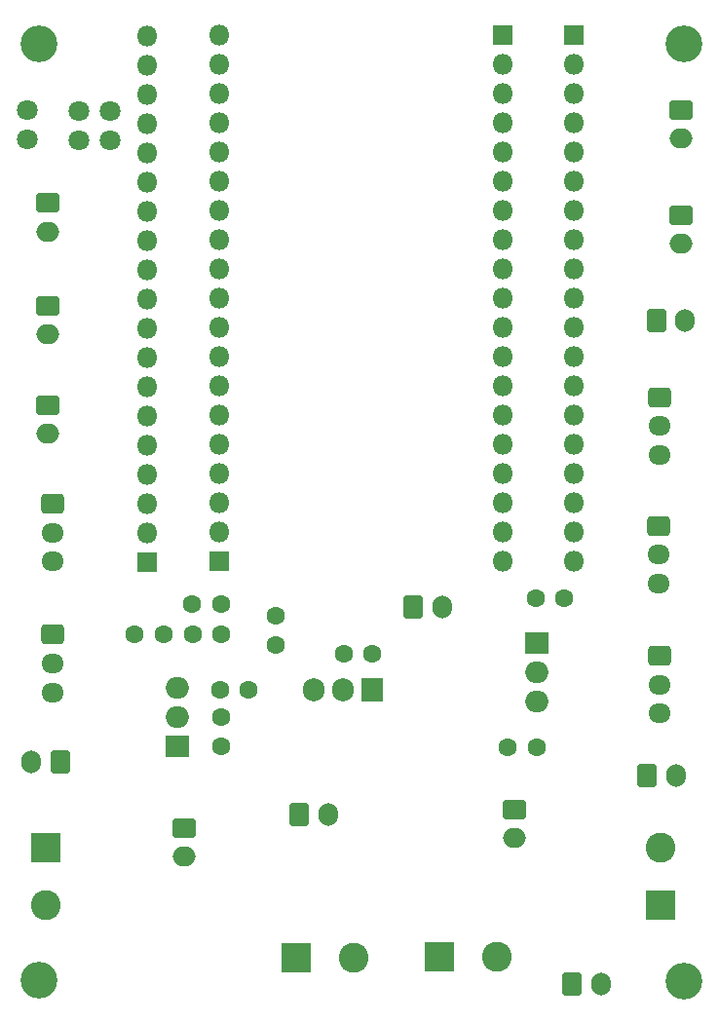
<source format=gbr>
%TF.GenerationSoftware,KiCad,Pcbnew,8.0.1*%
%TF.CreationDate,2025-03-07T14:58:40+02:00*%
%TF.ProjectId,robosoccer 3,726f626f-736f-4636-9365-7220332e6b69,rev?*%
%TF.SameCoordinates,Original*%
%TF.FileFunction,Soldermask,Bot*%
%TF.FilePolarity,Negative*%
%FSLAX46Y46*%
G04 Gerber Fmt 4.6, Leading zero omitted, Abs format (unit mm)*
G04 Created by KiCad (PCBNEW 8.0.1) date 2025-03-07 14:58:40*
%MOMM*%
%LPD*%
G01*
G04 APERTURE LIST*
G04 Aperture macros list*
%AMRoundRect*
0 Rectangle with rounded corners*
0 $1 Rounding radius*
0 $2 $3 $4 $5 $6 $7 $8 $9 X,Y pos of 4 corners*
0 Add a 4 corners polygon primitive as box body*
4,1,4,$2,$3,$4,$5,$6,$7,$8,$9,$2,$3,0*
0 Add four circle primitives for the rounded corners*
1,1,$1+$1,$2,$3*
1,1,$1+$1,$4,$5*
1,1,$1+$1,$6,$7*
1,1,$1+$1,$8,$9*
0 Add four rect primitives between the rounded corners*
20,1,$1+$1,$2,$3,$4,$5,0*
20,1,$1+$1,$4,$5,$6,$7,0*
20,1,$1+$1,$6,$7,$8,$9,0*
20,1,$1+$1,$8,$9,$2,$3,0*%
G04 Aperture macros list end*
%ADD10RoundRect,0.250000X-0.600000X-0.750000X0.600000X-0.750000X0.600000X0.750000X-0.600000X0.750000X0*%
%ADD11O,1.700000X2.000000*%
%ADD12RoundRect,0.250000X-0.750000X0.600000X-0.750000X-0.600000X0.750000X-0.600000X0.750000X0.600000X0*%
%ADD13O,2.000000X1.700000*%
%ADD14RoundRect,0.250000X0.600000X0.750000X-0.600000X0.750000X-0.600000X-0.750000X0.600000X-0.750000X0*%
%ADD15R,2.600000X2.600000*%
%ADD16C,2.600000*%
%ADD17C,1.600000*%
%ADD18C,1.800000*%
%ADD19C,3.200000*%
%ADD20R,1.800000X1.800000*%
%ADD21O,1.800000X1.800000*%
%ADD22R,1.800000X1.700000*%
%ADD23RoundRect,0.250000X-0.725000X0.600000X-0.725000X-0.600000X0.725000X-0.600000X0.725000X0.600000X0*%
%ADD24O,1.950000X1.700000*%
%ADD25R,2.000000X1.905000*%
%ADD26O,2.000000X1.905000*%
%ADD27R,1.905000X2.000000*%
%ADD28O,1.905000X2.000000*%
G04 APERTURE END LIST*
D10*
%TO.C,J26*%
X99380000Y-150660000D03*
D11*
X101880000Y-150660000D03*
%TD*%
%TO.C,J9*%
X132910000Y-107700000D03*
D10*
X130410000Y-107700000D03*
%TD*%
D12*
%TO.C,J6*%
X77540000Y-115050000D03*
D13*
X77540000Y-117550000D03*
%TD*%
D11*
%TO.C,J7*%
X132080000Y-147290000D03*
D10*
X129580000Y-147290000D03*
%TD*%
D11*
%TO.C,J4*%
X76080000Y-146040000D03*
D14*
X78580000Y-146040000D03*
%TD*%
D12*
%TO.C,J25*%
X132540000Y-98550000D03*
D13*
X132540000Y-101050000D03*
%TD*%
D12*
%TO.C,J24*%
X77500000Y-106410000D03*
D13*
X77500000Y-108910000D03*
%TD*%
D15*
%TO.C,J23*%
X77340000Y-153550000D03*
D16*
X77340000Y-158550000D03*
%TD*%
D15*
%TO.C,J22*%
X130800000Y-158490000D03*
D16*
X130800000Y-153490000D03*
%TD*%
D12*
%TO.C,J8*%
X132580000Y-89420000D03*
D13*
X132580000Y-91920000D03*
%TD*%
D12*
%TO.C,J5*%
X77500000Y-97490000D03*
D13*
X77500000Y-99990000D03*
%TD*%
D12*
%TO.C,J21*%
X89340000Y-151820000D03*
D13*
X89340000Y-154320000D03*
%TD*%
D17*
%TO.C,C7*%
X105720000Y-136650000D03*
X103220000Y-136650000D03*
%TD*%
D18*
%TO.C,C9*%
X82930000Y-89540000D03*
X82930000Y-92040000D03*
%TD*%
D17*
%TO.C,C1*%
X92540000Y-144720000D03*
X92540000Y-142220000D03*
%TD*%
D19*
%TO.C,H1*%
X132770000Y-83690000D03*
%TD*%
D10*
%TO.C,J16*%
X109270000Y-132620000D03*
D11*
X111770000Y-132620000D03*
%TD*%
D19*
%TO.C,H4*%
X132770000Y-165130000D03*
%TD*%
%TO.C,H2*%
X76720000Y-83690000D03*
%TD*%
D20*
%TO.C,J14*%
X86120000Y-128680000D03*
D21*
X86120000Y-126140000D03*
X86120000Y-123600000D03*
X86120000Y-121060000D03*
X86120000Y-118520000D03*
X86120000Y-115980000D03*
X86120000Y-113440000D03*
X86120000Y-110900000D03*
X86120000Y-108360000D03*
X86120000Y-105820000D03*
X86120000Y-103280000D03*
X86120000Y-100740000D03*
X86120000Y-98200000D03*
X86120000Y-95660000D03*
X86120000Y-93120000D03*
X86120000Y-90580000D03*
X86120000Y-88040000D03*
X86120000Y-85500000D03*
X86120000Y-82960000D03*
%TD*%
D22*
%TO.C,J1*%
X117040000Y-82940000D03*
D21*
X117040000Y-85480000D03*
X117040000Y-88020000D03*
X117040000Y-90560000D03*
X117040000Y-93100000D03*
X117040000Y-95640000D03*
X117040000Y-98180000D03*
X117040000Y-100720000D03*
X117040000Y-103260000D03*
X117040000Y-105800000D03*
X117040000Y-108340000D03*
X117040000Y-110880000D03*
X117040000Y-113420000D03*
X117040000Y-115960000D03*
X117040000Y-118500000D03*
X117040000Y-121040000D03*
X117040000Y-123580000D03*
X117040000Y-126120000D03*
X117040000Y-128660000D03*
%TD*%
D23*
%TO.C,J19*%
X77940000Y-123660000D03*
D24*
X77940000Y-126160000D03*
X77940000Y-128660000D03*
%TD*%
D17*
%TO.C,C2*%
X87550000Y-135020000D03*
X85050000Y-135020000D03*
%TD*%
D25*
%TO.C,U3*%
X88750000Y-144750000D03*
D26*
X88750000Y-142210000D03*
X88750000Y-139670000D03*
%TD*%
D23*
%TO.C,J12*%
X77900000Y-135020000D03*
D24*
X77900000Y-137520000D03*
X77900000Y-140020000D03*
%TD*%
D17*
%TO.C,C12*%
X92590000Y-134990000D03*
X90090000Y-134990000D03*
%TD*%
%TO.C,C13*%
X92540000Y-132340000D03*
X90040000Y-132340000D03*
%TD*%
D27*
%TO.C,U2*%
X105680000Y-139800000D03*
D28*
X103140000Y-139800000D03*
X100600000Y-139800000D03*
%TD*%
D25*
%TO.C,U1*%
X119990000Y-135740000D03*
D26*
X119990000Y-138280000D03*
X119990000Y-140820000D03*
%TD*%
D17*
%TO.C,C5*%
X119890000Y-131830000D03*
X122390000Y-131830000D03*
%TD*%
%TO.C,C6*%
X119990000Y-144800000D03*
X117490000Y-144800000D03*
%TD*%
D23*
%TO.C,J10*%
X130600000Y-125580000D03*
D24*
X130600000Y-128080000D03*
X130600000Y-130580000D03*
%TD*%
D12*
%TO.C,J15*%
X118050000Y-150190000D03*
D13*
X118050000Y-152690000D03*
%TD*%
D17*
%TO.C,C11*%
X97310000Y-133410000D03*
X97310000Y-135910000D03*
%TD*%
D18*
%TO.C,C4*%
X80200000Y-89530000D03*
X80200000Y-92030000D03*
%TD*%
D20*
%TO.C,J13*%
X123220000Y-82900000D03*
D21*
X123220000Y-85440000D03*
X123220000Y-87980000D03*
X123220000Y-90520000D03*
X123220000Y-93060000D03*
X123220000Y-95600000D03*
X123220000Y-98140000D03*
X123220000Y-100680000D03*
X123220000Y-103220000D03*
X123220000Y-105760000D03*
X123220000Y-108300000D03*
X123220000Y-110840000D03*
X123220000Y-113380000D03*
X123220000Y-115920000D03*
X123220000Y-118460000D03*
X123220000Y-121000000D03*
X123220000Y-123540000D03*
X123220000Y-126080000D03*
X123220000Y-128620000D03*
%TD*%
D17*
%TO.C,C8*%
X94960000Y-139770000D03*
X92460000Y-139770000D03*
%TD*%
D23*
%TO.C,J20*%
X130640000Y-114380000D03*
D24*
X130640000Y-116880000D03*
X130640000Y-119380000D03*
%TD*%
D19*
%TO.C,H3*%
X76720000Y-165080000D03*
%TD*%
D15*
%TO.C,J3*%
X111580000Y-163015000D03*
D16*
X116580000Y-163015000D03*
%TD*%
D15*
%TO.C,J18*%
X99110000Y-163055000D03*
D16*
X104110000Y-163055000D03*
%TD*%
D20*
%TO.C,J2*%
X92450000Y-128630000D03*
D21*
X92450000Y-126090000D03*
X92450000Y-123550000D03*
X92450000Y-121010000D03*
X92450000Y-118470000D03*
X92450000Y-115930000D03*
X92450000Y-113390000D03*
X92450000Y-110850000D03*
X92450000Y-108310000D03*
X92450000Y-105770000D03*
X92450000Y-103230000D03*
X92450000Y-100690000D03*
X92450000Y-98150000D03*
X92450000Y-95610000D03*
X92450000Y-93070000D03*
X92450000Y-90530000D03*
X92450000Y-87990000D03*
X92450000Y-85450000D03*
X92450000Y-82910000D03*
%TD*%
D10*
%TO.C,J17*%
X123080000Y-165370000D03*
D11*
X125580000Y-165370000D03*
%TD*%
D23*
%TO.C,J11*%
X130640000Y-136860000D03*
D24*
X130640000Y-139360000D03*
X130640000Y-141860000D03*
%TD*%
D18*
%TO.C,C10*%
X75750000Y-89470000D03*
X75750000Y-91970000D03*
%TD*%
M02*

</source>
